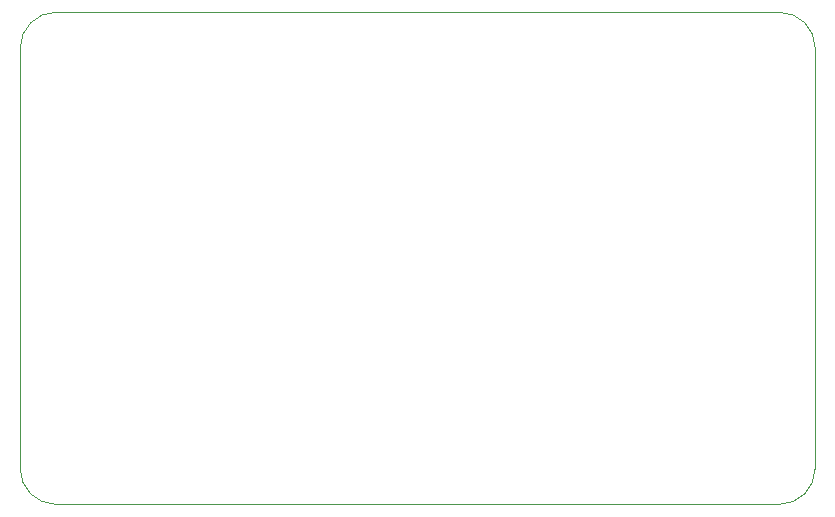
<source format=gbr>
%TF.GenerationSoftware,KiCad,Pcbnew,8.0.9-8.0.9-0~ubuntu24.04.1*%
%TF.CreationDate,2025-08-06T19:27:30-03:00*%
%TF.ProjectId,eeg,6565672e-6b69-4636-9164-5f7063625858,rev?*%
%TF.SameCoordinates,Original*%
%TF.FileFunction,Profile,NP*%
%FSLAX46Y46*%
G04 Gerber Fmt 4.6, Leading zero omitted, Abs format (unit mm)*
G04 Created by KiCad (PCBNEW 8.0.9-8.0.9-0~ubuntu24.04.1) date 2025-08-06 19:27:30*
%MOMM*%
%LPD*%
G01*
G04 APERTURE LIST*
%TA.AperFunction,Profile*%
%ADD10C,0.050000*%
%TD*%
G04 APERTURE END LIST*
D10*
X142790000Y-55560000D02*
X142786000Y-91186000D01*
X145796000Y-94196000D02*
G75*
G02*
X142786000Y-91186000I0J3010000D01*
G01*
X207080000Y-52540000D02*
G75*
G02*
X210100000Y-55560000I0J-3020000D01*
G01*
X207066000Y-94206000D02*
X145796000Y-94196000D01*
X210100000Y-55560000D02*
X210086000Y-91186000D01*
X145810000Y-52540000D02*
X207080000Y-52540000D01*
X142790000Y-55560000D02*
G75*
G02*
X145810000Y-52540000I3020000J0D01*
G01*
X210086000Y-91186000D02*
G75*
G02*
X207066000Y-94206000I-3020000J0D01*
G01*
M02*

</source>
